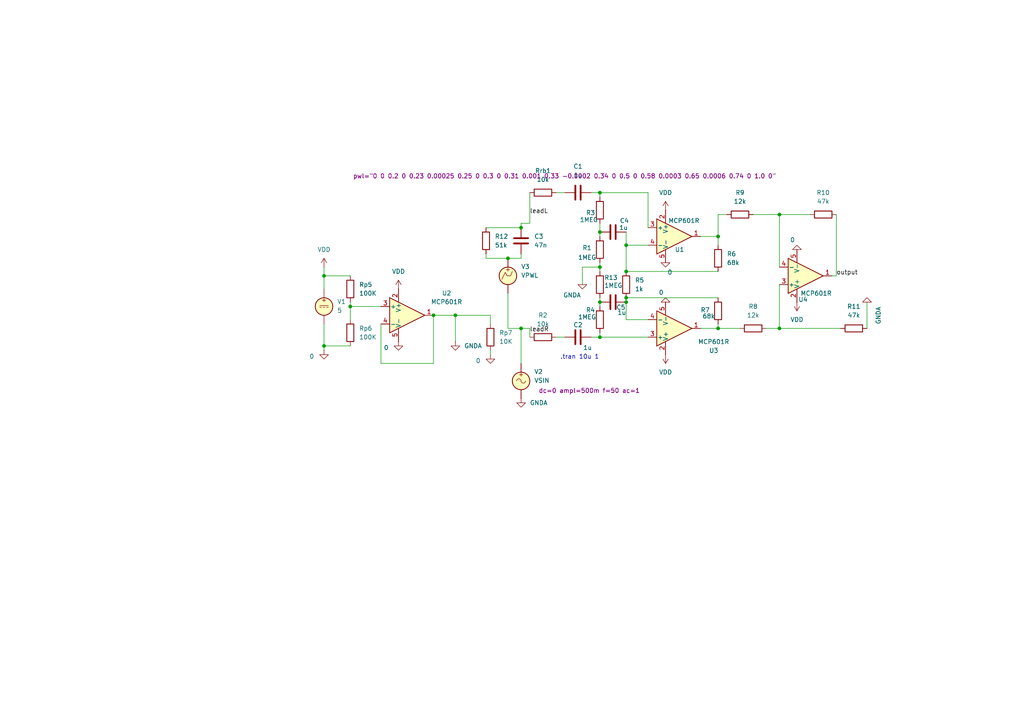
<source format=kicad_sch>
(kicad_sch (version 20250114) (generator "eeschema") (generator_version "9.0")
  (paper "A4")
  (lib_symbols
    (symbol "Amplifier_Operational:MCP601R" (pin_names (offset 0.127))
      (property "Reference" "U" (at 0 5.08 0))
      (property "Value" "MCP601R" (at 0 -5.08 0))
      (symbol "MCP601R_0_1"
        (polyline (pts (xy -5.08 5.08) (xy 5.08 0) (xy -5.08 -5.08) (xy -5.08 5.08)) (stroke (width 0.254)) (fill (type background)))
      )
      (symbol "MCP601R_1_1"
        (pin input line (at -7.62 2.54 0) (length 2.54) (name "+") (number "3"))
        (pin input line (at -7.62 -2.54 0) (length 2.54) (name "-") (number "4"))
        (pin power_in line (at -2.54 7.62 270) (length 3.81) (name "V+") (number "2"))
        (pin power_in line (at -2.54 -7.62 90) (length 3.81) (name "V-") (number "5"))
        (pin output line (at 7.62 0 180) (length 2.54) (name "~") (number "1"))
      )
    )
    (symbol "Device:C" (pin_numbers (hide yes)) (pin_names (offset 0.254))
      (property "Reference" "C" (at 0.635 2.54 0))
      (property "Value" "C" (at 0.635 -2.54 0))
      (symbol "C_0_1"
        (polyline (pts (xy -2.032 0.762) (xy 2.032 0.762)) (stroke (width 0.508)))
        (polyline (pts (xy -2.032 -0.762) (xy 2.032 -0.762)) (stroke (width 0.508)))
      )
      (symbol "C_1_1"
        (pin passive line (at 0 3.81 270) (length 2.794) (name "~") (number "1"))
        (pin passive line (at 0 -3.81 90) (length 2.794) (name "~") (number "2"))
      )
    )
    (symbol "Device:R" (pin_numbers (hide yes)) (pin_names (offset 0))
      (property "Reference" "R" (at 2.032 0 90))
      (property "Value" "R" (at 0 0 90))
      (symbol "R_0_1"
        (rectangle (start -1.016 -2.54) (end 1.016 2.54) (stroke (width 0.254)))
      )
      (symbol "R_1_1"
        (pin passive line (at 0 3.81 270) (length 1.27) (name "~") (number "1"))
        (pin passive line (at 0 -3.81 90) (length 1.27) (name "~") (number "2"))
      )
    )
    (symbol "Simulation_SPICE:0" (power) (pin_numbers (hide yes)) (pin_names (offset 0) (hide yes))
      (property "Value" "0" (at 0 -2.54 0))
      (symbol "0_0_1"
        (polyline (pts (xy -1.27 0) (xy 0 -1.27) (xy 1.27 0) (xy -1.27 0)))
      )
      (symbol "0_1_1"
        (pin power_in line (at 0 0 0) (length 0) (name "~") (number "1"))
      )
    )
    (symbol "Simulation_SPICE:VDC" (pin_numbers (hide yes)) (pin_names (offset 0.0254))
      (property "Reference" "V" (at 2.54 2.54 0))
      (property "Value" "1" (at 2.54 0 0))
      (symbol "VDC_0_0"
        (polyline (pts (xy -1.27 0.254) (xy 1.27 0.254)))
        (polyline (pts (xy -0.762 -0.254) (xy -1.27 -0.254)))
        (polyline (pts (xy 0.254 -0.254) (xy -0.254 -0.254)))
        (polyline (pts (xy 1.27 -0.254) (xy 0.762 -0.254)))
        (text "+" (at 0 1.905 0) (effects (font (size 1.27 1.27))))
      )
      (symbol "VDC_0_1"
        (circle (center 0 0) (radius 2.54) (stroke (width 0.254)) (fill (type background)))
      )
      (symbol "VDC_1_1"
        (pin passive line (at 0 5.08 270) (length 2.54) (name "~") (number "1"))
        (pin passive line (at 0 -5.08 90) (length 2.54) (name "~") (number "2"))
      )
    )
    (symbol "Simulation_SPICE:VPWL" (pin_numbers (hide yes)) (pin_names (offset 0.0254))
      (property "Reference" "V" (at 2.54 2.54 0))
      (property "Value" "VPWL" (at 2.54 0 0))
      (property "Sim.Params" "pwl=\"0 -1 50n -1 51n 0 97n 1 171n -1 200n -1\"" (at 2.54 -2.54 0))
      (symbol "VPWL_0_0"
        (polyline (pts (xy -1.778 -1.016) (xy -0.762 1.016) (xy -0.254 0) (xy 0.762 0) (xy 1.27 1.27)))
        (text "+" (at 0 1.905 0) (effects (font (size 1.27 1.27))))
      )
      (symbol "VPWL_0_1"
        (circle (center 0 0) (radius 2.54) (stroke (width 0.254)) (fill (type background)))
      )
      (symbol "VPWL_1_1"
        (pin passive line (at 0 5.08 270) (length 2.54) (name "~") (number "1"))
        (pin passive line (at 0 -5.08 90) (length 2.54) (name "~") (number "2"))
      )
    )
    (symbol "Simulation_SPICE:VSIN" (pin_numbers (hide yes)) (pin_names (offset 0.0254))
      (property "Reference" "V" (at 2.54 2.54 0))
      (property "Value" "VSIN" (at 2.54 0 0))
      (property "Sim.Params" "dc=0 ampl=1 f=1k ac=1" (at 2.54 -2.54 0))
      (symbol "VSIN_0_0"
        (arc (start -1.27 0) (mid -0.635 0.6323) (end 0 0))
        (arc (start 1.27 0) (mid 0.635 -0.6323) (end 0 0))
        (text "+" (at 0 1.905 0) (effects (font (size 1.27 1.27))))
      )
      (symbol "VSIN_0_1"
        (circle (center 0 0) (radius 2.54) (stroke (width 0.254)) (fill (type background)))
      )
      (symbol "VSIN_1_1"
        (pin passive line (at 0 5.08 270) (length 2.54) (name "~") (number "1"))
        (pin passive line (at 0 -5.08 90) (length 2.54) (name "~") (number "2"))
      )
    )
    (symbol "power:GND" (power) (pin_numbers (hide yes)) (pin_names (offset 0) (hide yes))
      (property "Value" "GND" (at 0 -3.81 0))
      (symbol "GND_0_1"
        (polyline (pts (xy 0 0) (xy 0 -1.27) (xy 1.27 -1.27) (xy 0 -2.54) (xy -1.27 -1.27) (xy 0 -1.27)))
      )
      (symbol "GND_1_1"
        (pin power_in line (at 0 0 270) (length 0) (name "~") (number "1"))
      )
    )
    (symbol "power:VDD" (power) (pin_numbers (hide yes)) (pin_names (offset 0) (hide yes))
      (property "Value" "VDD" (at 0 3.556 0))
      (symbol "VDD_0_1"
        (polyline (pts (xy -0.762 1.27) (xy 0 2.54)))
        (polyline (pts (xy 0 2.54) (xy 0.762 1.27)))
        (polyline (pts (xy 0 0) (xy 0 2.54)))
      )
      (symbol "VDD_1_1"
        (pin power_in line (at 0 0 90) (length 0) (name "~") (number "1"))
      )
    )
  )
  (text ".tran 10u 1" (at 168.148 103.632 0) (effects (font (size 1.27 1.27))))
  (junction (at 226.06 95.25))
  (junction (at 208.28 68.58))
  (junction (at 208.28 95.25))
  (junction (at 173.99 55.88))
  (junction (at 226.06 62.23))
  (junction (at 151.13 95.25))
  (junction (at 173.99 67.31))
  (junction (at 181.61 71.12))
  (junction (at 173.99 77.47))
  (junction (at 147.32 74.93))
  (junction (at 181.61 86.36))
  (junction (at 93.98 80.01))
  (junction (at 173.99 87.63))
  (junction (at 125.73 91.44))
  (junction (at 101.6 88.9))
  (junction (at 93.98 100.33))
  (junction (at 181.61 87.63))
  (junction (at 151.13 66.04))
  (junction (at 173.99 97.79))
  (junction (at 132.08 91.44))
  (junction (at 181.61 78.74))
  (wire (pts (xy 151.13 74.93) (xy 147.32 74.93)))
  (wire (pts (xy 210.82 62.23) (xy 208.28 62.23)))
  (wire (pts (xy 147.32 74.93) (xy 140.97 74.93)))
  (wire (pts (xy 208.28 93.98) (xy 208.28 95.25)))
  (wire (pts (xy 168.91 77.47) (xy 173.99 77.47)))
  (wire (pts (xy 101.6 88.9) (xy 110.49 88.9)))
  (wire (pts (xy 251.46 87.63) (xy 251.46 95.25)))
  (wire (pts (xy 173.99 87.63) (xy 173.99 88.9)))
  (wire (pts (xy 151.13 95.25) (xy 151.13 105.41)))
  (wire (pts (xy 101.6 88.9) (xy 101.6 92.71)))
  (wire (pts (xy 140.97 66.04) (xy 151.13 66.04)))
  (wire (pts (xy 208.28 95.25) (xy 214.63 95.25)))
  (wire (pts (xy 187.96 55.88) (xy 187.96 66.04)))
  (wire (pts (xy 173.99 55.88) (xy 187.96 55.88)))
  (wire (pts (xy 153.67 95.25) (xy 153.67 97.79)))
  (wire (pts (xy 218.44 62.23) (xy 226.06 62.23)))
  (wire (pts (xy 147.32 85.09) (xy 147.32 95.25)))
  (wire (pts (xy 151.13 66.04) (xy 151.13 64.77)))
  (wire (pts (xy 226.06 95.25) (xy 226.06 82.55)))
  (wire (pts (xy 181.61 92.71) (xy 181.61 87.63)))
  (wire (pts (xy 125.73 91.44) (xy 125.73 105.41)))
  (wire (pts (xy 161.29 55.88) (xy 163.83 55.88)))
  (wire (pts (xy 208.28 68.58) (xy 208.28 71.12)))
  (wire (pts (xy 173.99 97.79) (xy 187.96 97.79)))
  (wire (pts (xy 125.73 91.44) (xy 132.08 91.44)))
  (wire (pts (xy 181.61 87.63) (xy 181.61 86.36)))
  (wire (pts (xy 173.99 77.47) (xy 173.99 78.74)))
  (wire (pts (xy 173.99 76.2) (xy 173.99 77.47)))
  (wire (pts (xy 241.3 80.01) (xy 242.57 80.01)))
  (wire (pts (xy 181.61 71.12) (xy 181.61 78.74)))
  (wire (pts (xy 203.2 68.58) (xy 208.28 68.58)))
  (wire (pts (xy 171.45 97.79) (xy 173.99 97.79)))
  (wire (pts (xy 101.6 80.01) (xy 93.98 80.01)))
  (wire (pts (xy 93.98 80.01) (xy 93.98 83.82)))
  (wire (pts (xy 161.29 97.79) (xy 163.83 97.79)))
  (wire (pts (xy 110.49 105.41) (xy 125.73 105.41)))
  (wire (pts (xy 151.13 64.77) (xy 153.67 64.77)))
  (wire (pts (xy 173.99 67.31) (xy 173.99 68.58)))
  (wire (pts (xy 132.08 91.44) (xy 132.08 99.06)))
  (wire (pts (xy 168.91 82.55) (xy 168.91 77.47)))
  (wire (pts (xy 181.61 86.36) (xy 208.28 86.36)))
  (wire (pts (xy 101.6 87.63) (xy 101.6 88.9)))
  (wire (pts (xy 226.06 62.23) (xy 226.06 77.47)))
  (wire (pts (xy 142.24 91.44) (xy 142.24 93.98)))
  (wire (pts (xy 101.6 100.33) (xy 93.98 100.33)))
  (wire (pts (xy 93.98 101.6) (xy 93.98 100.33)))
  (wire (pts (xy 234.95 62.23) (xy 226.06 62.23)))
  (wire (pts (xy 151.13 95.25) (xy 153.67 95.25)))
  (wire (pts (xy 93.98 80.01) (xy 93.98 77.47)))
  (wire (pts (xy 151.13 74.93) (xy 151.13 73.66)))
  (wire (pts (xy 208.28 62.23) (xy 208.28 68.58)))
  (wire (pts (xy 181.61 67.31) (xy 181.61 71.12)))
  (wire (pts (xy 173.99 64.77) (xy 173.99 67.31)))
  (wire (pts (xy 243.84 95.25) (xy 226.06 95.25)))
  (wire (pts (xy 171.45 55.88) (xy 173.99 55.88)))
  (wire (pts (xy 142.24 101.6) (xy 142.24 102.87)))
  (wire (pts (xy 173.99 96.52) (xy 173.99 97.79)))
  (wire (pts (xy 173.99 86.36) (xy 173.99 87.63)))
  (wire (pts (xy 140.97 74.93) (xy 140.97 73.66)))
  (wire (pts (xy 147.32 95.25) (xy 151.13 95.25)))
  (wire (pts (xy 93.98 100.33) (xy 93.98 93.98)))
  (wire (pts (xy 203.2 95.25) (xy 208.28 95.25)))
  (wire (pts (xy 187.96 71.12) (xy 181.61 71.12)))
  (wire (pts (xy 153.67 64.77) (xy 153.67 55.88)))
  (wire (pts (xy 242.57 62.23) (xy 242.57 80.01)))
  (wire (pts (xy 187.96 92.71) (xy 181.61 92.71)))
  (wire (pts (xy 132.08 91.44) (xy 142.24 91.44)))
  (wire (pts (xy 173.99 55.88) (xy 173.99 57.15)))
  (wire (pts (xy 226.06 95.25) (xy 222.25 95.25)))
  (wire (pts (xy 181.61 78.74) (xy 208.28 78.74)))
  (wire (pts (xy 110.49 93.98) (xy 110.49 105.41)))
  (label "output" (at 242.57 80.01 0))
  (label "leadL" (at 153.67 62.23 0))
  (label "leadR" (at 153.67 96.52 0))
  (symbol (lib_id "Amplifier_Operational:MCP601R") (at 233.68 80.01 0) (mirror x) (unit 1)
    (property "Reference" "U4" (at 232.918 86.868 0))
    (property "Value" "MCP601R" (at 236.728 85.09 0))
    (property "Footprint" "Package_TO_SOT_SMD:SOT-23-5" (effects (hide yes)))
    (property "Datasheet" "https://ww1.microchip.com/downloads/en/DeviceDoc/21314g.pdf" (effects (hide yes)))
    (property "Description" "Single 2.7V to 6.0V Single Supply CMOS Op Amps, SOT-23-5" (effects (hide yes)))
    (property "Sim.Library" "/home/pepika/work/faks/medicinska_elektronika/vezba1/MCP601_opamp.txt" (effects (hide yes)))
    (property "Sim.Name" "MCP601" (effects (hide yes)))
    (property "Sim.Device" "SUBCKT" (effects (hide yes)))
    (property "Sim.Pins" "1=5 2=3 3=1 4=2 5=4" (effects (hide yes)))
  )
  (symbol (lib_id "power:GND") (at 142.24 102.87 0) (unit 1)
    (property "Reference" "#PWR07" (effects (hide yes)))
    (property "Value" "0" (at 138.684 104.648 0))
    (property "Description" "Power symbol creates a global label with name \"GND\" , ground" (effects (hide yes)))
  )
  (symbol (lib_id "Device:C") (at 167.64 97.79 90) (unit 1)
    (property "Reference" "C2" (at 167.64 94.234 90))
    (property "Value" "1u" (at 170.434 100.838 90))
    (property "Description" "Unpolarized capacitor" (effects (hide yes)))
  )
  (symbol (lib_id "Device:C") (at 167.64 55.88 90) (unit 1)
    (property "Reference" "C1" (at 167.64 48.26 90))
    (property "Value" "1u" (at 167.64 50.8 90))
    (property "Description" "Unpolarized capacitor" (effects (hide yes)))
  )
  (symbol (lib_id "power:GND") (at 132.08 99.06 0) (unit 1)
    (property "Reference" "#PWR08" (effects (hide yes)))
    (property "Value" "GNDA" (at 134.62 100.3299 0) (effects (justify left)))
    (property "Description" "Power symbol creates a global label with name \"GND\" , ground" (effects (hide yes)))
  )
  (symbol (lib_id "Device:R") (at 173.99 72.39 0) (unit 1)
    (property "Reference" "R1" (at 168.91 71.882 0) (effects (justify left)))
    (property "Value" "1MEG" (at 167.64 74.676 0) (effects (justify left)))
    (property "Description" "Resistor" (effects (hide yes)))
  )
  (symbol (lib_id "Device:C") (at 151.13 69.85 180) (unit 1)
    (property "Reference" "C3" (at 154.94 68.5799 0) (effects (justify right)))
    (property "Value" "47n" (at 154.94 71.1199 0) (effects (justify right)))
    (property "Description" "Unpolarized capacitor" (effects (hide yes)))
  )
  (symbol (lib_id "power:GND") (at 115.57 99.06 0) (unit 1)
    (property "Reference" "#PWR06" (effects (hide yes)))
    (property "Value" "0" (at 112.014 100.838 0))
    (property "Description" "Power symbol creates a global label with name \"GND\" , ground" (effects (hide yes)))
  )
  (symbol (lib_id "Device:R") (at 238.76 62.23 270) (unit 1)
    (property "Reference" "R10" (at 238.76 55.88 90))
    (property "Value" "47k" (at 238.76 58.42 90))
    (property "Description" "Resistor" (effects (hide yes)))
  )
  (symbol (lib_id "Simulation_SPICE:0") (at 251.46 87.63 180) (unit 1)
    (property "Reference" "#GND04" (effects (hide yes)))
    (property "Value" "GNDA" (at 254.762 88.9 90) (effects (justify left)))
    (property "Datasheet" "https://ngspice.sourceforge.io/docs/ngspice-html-manual/manual.xhtml#subsec_Circuit_elements__device" (effects (hide yes)))
    (property "Description" "0V reference potential for simulation" (effects (hide yes)))
  )
  (symbol (lib_id "Device:R") (at 173.99 92.71 0) (unit 1)
    (property "Reference" "R4" (at 169.926 89.916 0) (effects (justify left)))
    (property "Value" "1MEG" (at 167.64 91.948 0) (effects (justify left)))
    (property "Description" "Resistor" (effects (hide yes)))
  )
  (symbol (lib_id "Device:R") (at 101.6 83.82 0) (unit 1)
    (property "Reference" "Rp5" (at 104.14 82.5499 0) (effects (justify left)))
    (property "Value" "100K" (at 104.14 85.0899 0) (effects (justify left)))
    (property "Description" "Resistor" (effects (hide yes)))
  )
  (symbol (lib_id "Device:R") (at 157.48 97.79 90) (unit 1)
    (property "Reference" "R2" (at 157.48 91.44 90))
    (property "Value" "10k" (at 157.48 93.98 90))
    (property "Description" "Resistor" (effects (hide yes)))
  )
  (symbol (lib_id "Device:R") (at 247.65 95.25 270) (unit 1)
    (property "Reference" "R11" (at 247.65 88.9 90))
    (property "Value" "47k" (at 247.65 91.44 90))
    (property "Description" "Resistor" (effects (hide yes)))
  )
  (symbol (lib_id "Simulation_SPICE:VPWL") (at 147.32 80.01 0) (unit 1)
    (property "Reference" "V3" (at 151.13 77.3401 0) (effects (justify left)))
    (property "Value" "VPWL" (at 151.13 79.8801 0) (effects (justify left)))
    (property "Datasheet" "https://ngspice.sourceforge.io/docs/ngspice-html-manual/manual.xhtml#sec_Independent_Sources_for" (effects (hide yes)))
    (property "Description" "Voltage source, piece-wise linear" (effects (hide yes)))
    (property "Sim.Pins" "1=+ 2=-" (effects (hide yes)))
    (property "Sim.Device" "V" (effects (hide yes)))
    (property "Sim.Params" "pwl=\"0 0 0.2 0 0.23 0.00025 0.25 0 0.3 0 0.31 0.001 0.33 -0.0002 0.34 0 0.5 0 0.58 0.0003 0.65 0.0006 0.74 0 1.0 0\"" (at 102.362 51.054 0) (effects (justify left)))
    (property "Sim.Type" "PWL" (effects (hide yes)))
  )
  (symbol (lib_id "Device:R") (at 142.24 97.79 0) (unit 1)
    (property "Reference" "Rp7" (at 144.78 96.5199 0) (effects (justify left)))
    (property "Value" "10K" (at 144.78 99.0599 0) (effects (justify left)))
    (property "Description" "Resistor" (effects (hide yes)))
  )
  (symbol (lib_id "Device:R") (at 101.6 96.52 0) (unit 1)
    (property "Reference" "Rp6" (at 104.14 95.2499 0) (effects (justify left)))
    (property "Value" "100K" (at 104.14 97.7899 0) (effects (justify left)))
    (property "Description" "Resistor" (effects (hide yes)))
  )
  (symbol (lib_id "Device:R") (at 157.48 55.88 90) (unit 1)
    (property "Reference" "Rrb1" (at 157.48 49.53 90))
    (property "Value" "10k" (at 157.48 52.07 90))
    (property "Description" "Resistor" (effects (hide yes)))
  )
  (symbol (lib_id "power:GND") (at 93.98 101.6 0) (unit 1)
    (property "Reference" "#PWR01" (effects (hide yes)))
    (property "Value" "0" (at 90.424 103.378 0))
    (property "Description" "Power symbol creates a global label with name \"GND\" , ground" (effects (hide yes)))
  )
  (symbol (lib_id "Simulation_SPICE:0") (at 168.91 82.55 0) (unit 1)
    (property "Reference" "#GND05" (effects (hide yes)))
    (property "Value" "GNDA" (at 163.322 85.598 0) (effects (justify left)))
    (property "Datasheet" "https://ngspice.sourceforge.io/docs/ngspice-html-manual/manual.xhtml#subsec_Circuit_elements__device" (effects (hide yes)))
    (property "Description" "0V reference potential for simulation" (effects (hide yes)))
  )
  (symbol (lib_id "Simulation_SPICE:0") (at 193.04 76.2 0) (unit 1)
    (property "Reference" "#GND02" (effects (hide yes)))
    (property "Value" "0" (at 194.31 78.994 0))
    (property "Datasheet" "https://ngspice.sourceforge.io/docs/ngspice-html-manual/manual.xhtml#subsec_Circuit_elements__device" (effects (hide yes)))
    (property "Description" "0V reference potential for simulation" (effects (hide yes)))
  )
  (symbol (lib_id "Device:C") (at 177.8 67.31 90) (unit 1)
    (property "Reference" "C4" (at 181.102 64.008 90))
    (property "Value" "1u" (at 180.848 66.04 90))
    (property "Description" "Unpolarized capacitor" (effects (hide yes)))
  )
  (symbol (lib_id "power:VDD") (at 193.04 60.96 0) (unit 1)
    (property "Reference" "#PWR02" (effects (hide yes)))
    (property "Value" "VDD" (at 193.04 55.88 0))
    (property "Description" "Power symbol creates a global label with name \"VDD\"" (effects (hide yes)))
  )
  (symbol (lib_id "Device:R") (at 208.28 74.93 0) (unit 1)
    (property "Reference" "R6" (at 210.82 73.6599 0) (effects (justify left)))
    (property "Value" "68k" (at 210.82 76.1999 0) (effects (justify left)))
    (property "Description" "Resistor" (effects (hide yes)))
  )
  (symbol (lib_id "power:VDD") (at 193.04 102.87 180) (unit 1)
    (property "Reference" "#PWR03" (effects (hide yes)))
    (property "Value" "VDD" (at 193.04 107.95 0))
    (property "Description" "Power symbol creates a global label with name \"VDD\"" (effects (hide yes)))
  )
  (symbol (lib_id "Simulation_SPICE:VSIN") (at 151.13 110.49 0) (unit 1)
    (property "Reference" "V2" (at 154.94 107.8201 0) (effects (justify left)))
    (property "Value" "VSIN" (at 154.94 110.3601 0) (effects (justify left)))
    (property "Datasheet" "https://ngspice.sourceforge.io/docs/ngspice-html-manual/manual.xhtml#sec_Independent_Sources_for" (effects (hide yes)))
    (property "Description" "Voltage source, sinusoidal" (effects (hide yes)))
    (property "Sim.Pins" "1=+ 2=-" (effects (hide yes)))
    (property "Sim.Params" "dc=0 ampl=500m f=50 ac=1" (at 156.21 113.284 0) (effects (justify left)))
    (property "Sim.Type" "SIN" (effects (hide yes)))
    (property "Sim.Device" "V" (effects (hide yes)))
  )
  (symbol (lib_id "Device:R") (at 181.61 82.55 180) (unit 1)
    (property "Reference" "R5" (at 184.15 81.2799 0) (effects (justify right)))
    (property "Value" "1k" (at 184.15 83.8199 0) (effects (justify right)))
    (property "Description" "Resistor" (effects (hide yes)))
  )
  (symbol (lib_id "Amplifier_Operational:MCP601R") (at 195.58 95.25 0) (mirror x) (unit 1)
    (property "Reference" "U3" (at 207.01 101.6702 0))
    (property "Value" "MCP601R" (at 207.01 99.1302 0))
    (property "Footprint" "Package_TO_SOT_SMD:SOT-23-5" (effects (hide yes)))
    (property "Datasheet" "https://ww1.microchip.com/downloads/en/DeviceDoc/21314g.pdf" (effects (hide yes)))
    (property "Description" "Single 2.7V to 6.0V Single Supply CMOS Op Amps, SOT-23-5" (effects (hide yes)))
    (property "Sim.Library" "/home/pepika/work/faks/medicinska_elektronika/vezba1/MCP601_opamp.txt" (effects (hide yes)))
    (property "Sim.Name" "MCP601" (effects (hide yes)))
    (property "Sim.Device" "SUBCKT" (effects (hide yes)))
    (property "Sim.Pins" "1=5 2=3 3=1 4=2 5=4" (effects (hide yes)))
  )
  (symbol (lib_id "Simulation_SPICE:0") (at 231.14 72.39 180) (unit 1)
    (property "Reference" "#GND03" (effects (hide yes)))
    (property "Value" "0" (at 229.87 69.596 0))
    (property "Datasheet" "https://ngspice.sourceforge.io/docs/ngspice-html-manual/manual.xhtml#subsec_Circuit_elements__device" (effects (hide yes)))
    (property "Description" "0V reference potential for simulation" (effects (hide yes)))
  )
  (symbol (lib_id "power:VDD") (at 115.57 83.82 0) (unit 1)
    (property "Reference" "#PWR010" (effects (hide yes)))
    (property "Value" "VDD" (at 115.57 78.74 0))
    (property "Description" "Power symbol creates a global label with name \"VDD\"" (effects (hide yes)))
  )
  (symbol (lib_id "power:VDD") (at 231.14 87.63 180) (unit 1)
    (property "Reference" "#PWR04" (effects (hide yes)))
    (property "Value" "VDD" (at 231.14 92.71 0))
    (property "Description" "Power symbol creates a global label with name \"VDD\"" (effects (hide yes)))
  )
  (symbol (lib_id "Device:R") (at 173.99 82.55 0) (unit 1)
    (property "Reference" "R13" (at 175.26 80.518 0) (effects (justify left)))
    (property "Value" "1MEG" (at 175.26 82.804 0) (effects (justify left)))
    (property "Description" "Resistor" (effects (hide yes)))
  )
  (symbol (lib_id "power:VDD") (at 93.98 77.47 0) (unit 1)
    (property "Reference" "#PWR09" (effects (hide yes)))
    (property "Value" "VDD" (at 93.98 72.39 0))
    (property "Description" "Power symbol creates a global label with name \"VDD\"" (effects (hide yes)))
  )
  (symbol (lib_id "Device:R") (at 140.97 69.85 180) (unit 1)
    (property "Reference" "R12" (at 143.51 68.5799 0) (effects (justify right)))
    (property "Value" "51k" (at 143.51 71.1199 0) (effects (justify right)))
    (property "Description" "Resistor" (effects (hide yes)))
  )
  (symbol (lib_id "Device:R") (at 173.99 60.96 0) (unit 1)
    (property "Reference" "R3" (at 169.926 61.722 0) (effects (justify left)))
    (property "Value" "1MEG" (at 168.148 63.754 0) (effects (justify left)))
    (property "Description" "Resistor" (effects (hide yes)))
  )
  (symbol (lib_id "Simulation_SPICE:0") (at 193.04 87.63 180) (unit 1)
    (property "Reference" "#GND01" (effects (hide yes)))
    (property "Value" "0" (at 191.77 84.836 0))
    (property "Datasheet" "https://ngspice.sourceforge.io/docs/ngspice-html-manual/manual.xhtml#subsec_Circuit_elements__device" (effects (hide yes)))
    (property "Description" "0V reference potential for simulation" (effects (hide yes)))
  )
  (symbol (lib_id "Amplifier_Operational:MCP601R") (at 118.11 91.44 0) (unit 1)
    (property "Reference" "U2" (at 129.54 85.0198 0))
    (property "Value" "MCP601R" (at 129.54 87.5598 0))
    (property "Footprint" "Package_TO_SOT_SMD:SOT-23-5" (effects (hide yes)))
    (property "Datasheet" "https://ww1.microchip.com/downloads/en/DeviceDoc/21314g.pdf" (effects (hide yes)))
    (property "Description" "Single 2.7V to 6.0V Single Supply CMOS Op Amps, SOT-23-5" (effects (hide yes)))
    (property "Sim.Library" "/home/pepika/work/faks/medicinska_elektronika/vezba1/MCP601_opamp.txt" (effects (hide yes)))
    (property "Sim.Name" "MCP601" (effects (hide yes)))
    (property "Sim.Device" "SUBCKT" (effects (hide yes)))
    (property "Sim.Pins" "1=5 2=3 3=1 4=2 5=4" (effects (hide yes)))
  )
  (symbol (lib_id "Device:C") (at 177.8 87.63 90) (unit 1)
    (property "Reference" "C5" (at 180.086 89.154 90))
    (property "Value" "1u" (at 180.34 90.678 90))
    (property "Description" "Unpolarized capacitor" (effects (hide yes)))
  )
  (symbol (lib_id "Simulation_SPICE:VDC") (at 93.98 88.9 0) (unit 1)
    (property "Reference" "V1" (at 97.79 87.5001 0) (effects (justify left)))
    (property "Value" "5" (at 97.79 90.0401 0) (effects (justify left)))
    (property "Datasheet" "https://ngspice.sourceforge.io/docs/ngspice-html-manual/manual.xhtml#sec_Independent_Sources_for" (effects (hide yes)))
    (property "Description" "Voltage source, DC" (effects (hide yes)))
    (property "Sim.Pins" "1=+ 2=-" (effects (hide yes)))
    (property "Sim.Type" "DC" (effects (hide yes)))
    (property "Sim.Device" "V" (effects (hide yes)))
  )
  (symbol (lib_id "Device:R") (at 208.28 90.17 0) (unit 1)
    (property "Reference" "R7" (at 203.2 89.916 0) (effects (justify left)))
    (property "Value" "68k" (at 203.708 91.694 0) (effects (justify left)))
    (property "Description" "Resistor" (effects (hide yes)))
  )
  (symbol (lib_id "Device:R") (at 218.44 95.25 270) (unit 1)
    (property "Reference" "R8" (at 218.44 88.9 90))
    (property "Value" "12k" (at 218.44 91.44 90))
    (property "Description" "Resistor" (effects (hide yes)))
  )
  (symbol (lib_id "power:GND") (at 151.13 115.57 0) (unit 1)
    (property "Reference" "#PWR05" (effects (hide yes)))
    (property "Value" "GNDA" (at 153.67 116.8399 0) (effects (justify left)))
    (property "Description" "Power symbol creates a global label with name \"GND\" , ground" (effects (hide yes)))
  )
  (symbol (lib_id "Device:R") (at 214.63 62.23 270) (unit 1)
    (property "Reference" "R9" (at 214.63 55.88 90))
    (property "Value" "12k" (at 214.63 58.42 90))
    (property "Description" "Resistor" (effects (hide yes)))
  )
  (symbol (lib_id "Amplifier_Operational:MCP601R") (at 195.58 68.58 0) (unit 1)
    (property "Reference" "U1" (at 197.104 72.39 0))
    (property "Value" "MCP601R" (at 198.374 64.008 0))
    (property "Footprint" "Package_TO_SOT_SMD:SOT-23-5" (effects (hide yes)))
    (property "Datasheet" "https://ww1.microchip.com/downloads/en/DeviceDoc/21314g.pdf" (effects (hide yes)))
    (property "Description" "Single 2.7V to 6.0V Single Supply CMOS Op Amps, SOT-23-5" (effects (hide yes)))
    (property "Sim.Library" "/home/pepika/work/faks/medicinska_elektronika/vezba1/MCP601_opamp.txt" (effects (hide yes)))
    (property "Sim.Name" "MCP601" (effects (hide yes)))
    (property "Sim.Device" "SUBCKT" (effects (hide yes)))
    (property "Sim.Pins" "1=5 2=3 3=1 4=2 5=4" (effects (hide yes)))
  )
)
</source>
